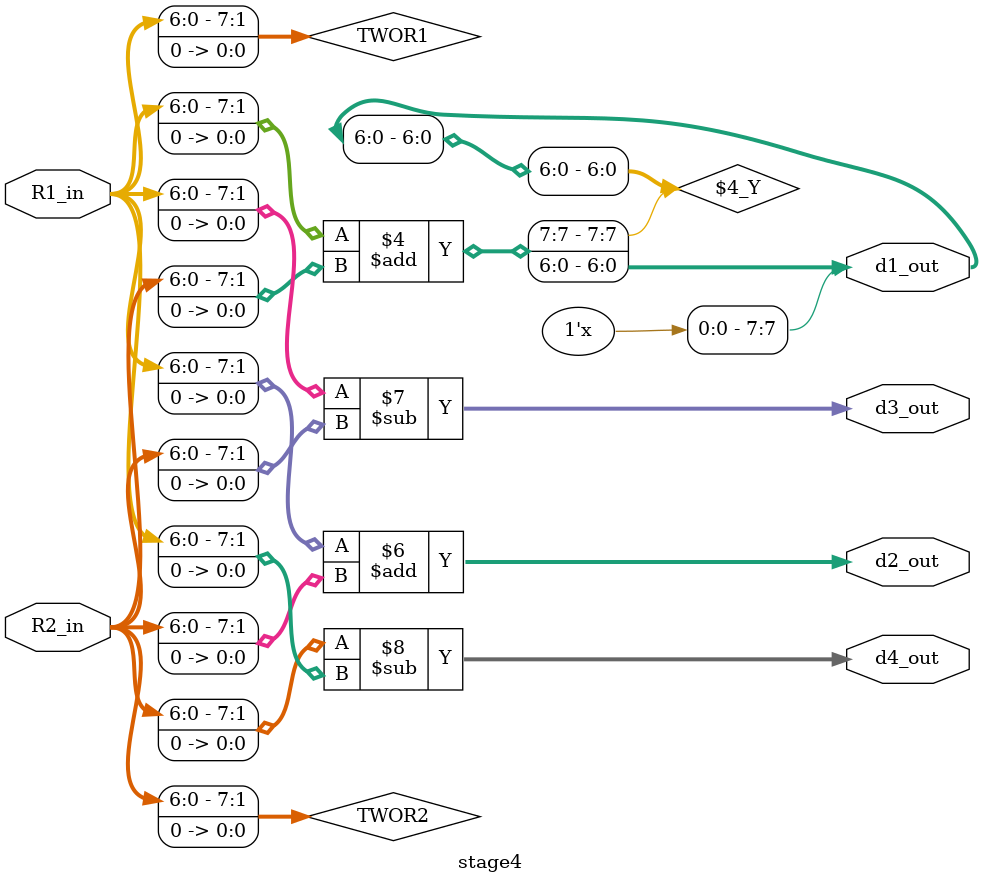
<source format=v>
module stage4 (
R1_in	,
R2_in	,
d1_out,
d2_out, 
d3_out, 
d4_out			
);

input wire [7:0] R1_in;
input wire [7:0] R2_in;


output reg [7:0] d1_out;
output reg [7:0] d2_out;
output reg [7:0] d3_out;
output reg [7:0] d4_out;

reg [7:0] TWOR1;
reg [7:0] TWOR2;




always begin

TWOR1 = R1_in << 1;
TWOR2 = R2_in << 1;

d1_out <= TWOR1 + TWOR2; //d1 = -2R1 - 2R2 = -(2R1+2R2)
d1_out[7] = d1_out[7]^1;

d2_out <= TWOR1 + TWOR2; //d2 = +2R1 + 2R2

d3_out <= TWOR1 - TWOR2; //d3 = +2R1 - 2R2

d4_out <= TWOR2 - TWOR1; //d4 = -2R1 + 2R2
end
	
	
endmodule

</source>
